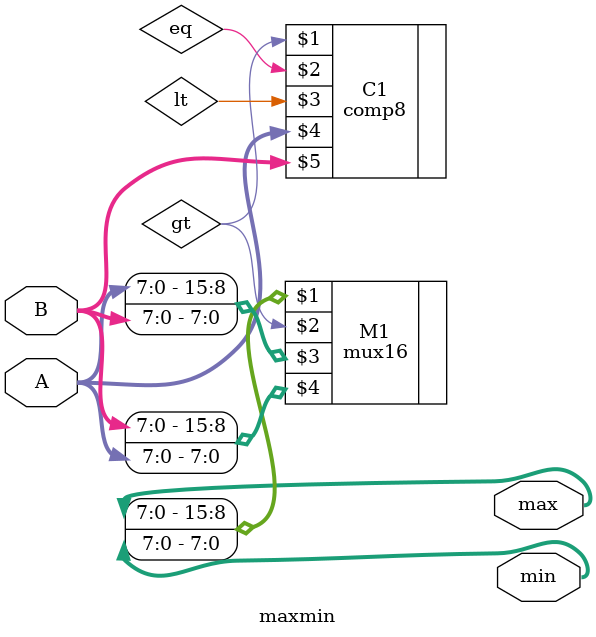
<source format=v>
module maxmin (max,min,A,B); //272

input [7:0] A,B;
output [7:0] max,min;

wire gt,eq,lt;

comp8 C1 (gt,eq,lt,A,B); //208
mux16 M1 ({max,min},gt,{A,B},{B,A}); //64

endmodule

</source>
